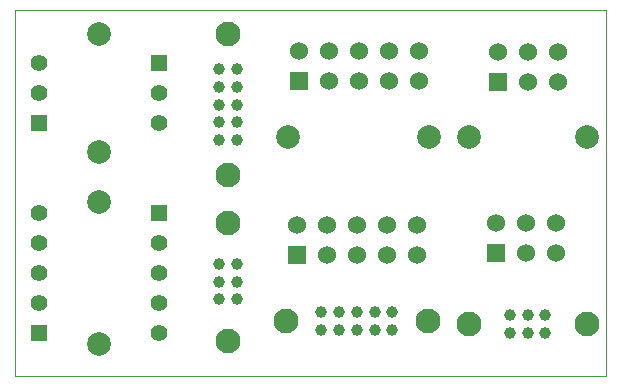
<source format=gbs>
G04 (created by PCBNEW (2013-07-07 BZR 4022)-stable) date 2014.06.02. 15:10:32*
%MOIN*%
G04 Gerber Fmt 3.4, Leading zero omitted, Abs format*
%FSLAX34Y34*%
G01*
G70*
G90*
G04 APERTURE LIST*
%ADD10C,0.00590551*%
%ADD11C,0.00393701*%
%ADD12R,0.06X0.06*%
%ADD13C,0.06*%
%ADD14C,0.0393701*%
%ADD15C,0.0826772*%
%ADD16C,0.0787402*%
%ADD17R,0.055X0.055*%
%ADD18C,0.055*%
G04 APERTURE END LIST*
G54D10*
G54D11*
X4725Y-4724D02*
G75*
G03X4725Y-4724I0J0D01*
G74*
G01*
X4723Y-4724D02*
X4725Y-4724D01*
X4724Y-4723D02*
X4724Y-4725D01*
X4725Y-4724D02*
G75*
G03X4725Y-4724I0J0D01*
G74*
G01*
X4723Y-4724D02*
X4725Y-4724D01*
X4724Y-4723D02*
X4724Y-4725D01*
X4725Y-4724D02*
G75*
G03X4725Y-4724I0J0D01*
G74*
G01*
X4723Y-4724D02*
X4725Y-4724D01*
X4724Y-4723D02*
X4724Y-4725D01*
X4724Y-16929D02*
X4724Y-4724D01*
X24409Y-16929D02*
X4724Y-16929D01*
X24409Y-4724D02*
X24409Y-16929D01*
X4724Y-4724D02*
X24409Y-4724D01*
G54D12*
X14161Y-7086D03*
G54D13*
X14161Y-6086D03*
X15161Y-7086D03*
X15161Y-6086D03*
X16161Y-7086D03*
X16161Y-6086D03*
X17161Y-7086D03*
X17161Y-6086D03*
X18161Y-7086D03*
X18161Y-6086D03*
G54D12*
X14106Y-12900D03*
G54D13*
X14106Y-11900D03*
X15106Y-12900D03*
X15106Y-11900D03*
X16106Y-12900D03*
X16106Y-11900D03*
X17106Y-12900D03*
X17106Y-11900D03*
X18106Y-12900D03*
X18106Y-11900D03*
G54D12*
X20825Y-7118D03*
G54D13*
X20825Y-6118D03*
X21825Y-7118D03*
X21825Y-6118D03*
X22825Y-7118D03*
X22825Y-6118D03*
G54D12*
X20753Y-12828D03*
G54D13*
X20753Y-11828D03*
X21753Y-12828D03*
X21753Y-11828D03*
X22753Y-12828D03*
X22753Y-11828D03*
G54D14*
X14925Y-14804D03*
X15515Y-14804D03*
X16106Y-14804D03*
X16696Y-14804D03*
X17287Y-14804D03*
X17287Y-15395D03*
X16696Y-15395D03*
X16106Y-15395D03*
X15515Y-15395D03*
X14925Y-15395D03*
G54D15*
X13744Y-15100D03*
X18468Y-15100D03*
G54D14*
X11515Y-9055D03*
X11515Y-8464D03*
X11515Y-7874D03*
X11515Y-7283D03*
X11515Y-6692D03*
X12106Y-6692D03*
X12106Y-7283D03*
X12106Y-7874D03*
X12106Y-8464D03*
X12106Y-9055D03*
G54D15*
X11811Y-10236D03*
X11811Y-5511D03*
G54D16*
X18523Y-8948D03*
X13799Y-8948D03*
G54D14*
X21212Y-14883D03*
X21803Y-14883D03*
X22393Y-14883D03*
X22393Y-15474D03*
X21803Y-15474D03*
X21212Y-15474D03*
G54D15*
X19834Y-15178D03*
X23771Y-15178D03*
G54D14*
X11515Y-14370D03*
X11515Y-13779D03*
X11515Y-13188D03*
X12106Y-13188D03*
X12106Y-13779D03*
X12106Y-14370D03*
G54D15*
X11811Y-15748D03*
X11811Y-11811D03*
G54D16*
X19831Y-8950D03*
X23768Y-8950D03*
G54D17*
X5500Y-15500D03*
G54D18*
X5500Y-14500D03*
X5500Y-13500D03*
X5500Y-12500D03*
X5500Y-11500D03*
G54D17*
X9500Y-11500D03*
G54D18*
X9500Y-12500D03*
X9500Y-13500D03*
X9500Y-14500D03*
X9500Y-15500D03*
G54D17*
X5500Y-8500D03*
G54D18*
X5500Y-7500D03*
X5500Y-6500D03*
G54D17*
X9500Y-6500D03*
G54D18*
X9500Y-7500D03*
X9500Y-8500D03*
G54D16*
X7500Y-11137D03*
X7500Y-15862D03*
X7500Y-9468D03*
X7500Y-5531D03*
M02*

</source>
